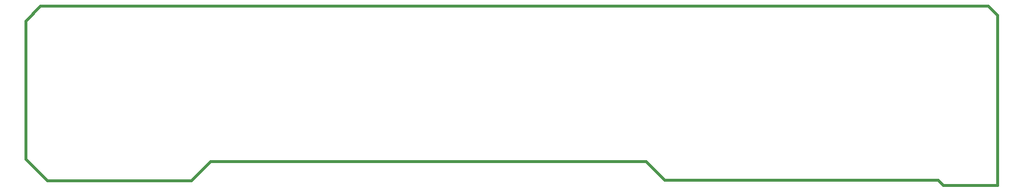
<source format=gm1>
G04 #@! TF.GenerationSoftware,KiCad,Pcbnew,5.0.2+dfsg1-1*
G04 #@! TF.CreationDate,2021-01-13T15:08:11+01:00*
G04 #@! TF.ProjectId,ErgoDOX,4572676f-444f-4582-9e6b-696361645f70,rev?*
G04 #@! TF.SameCoordinates,Original*
G04 #@! TF.FileFunction,Profile,NP*
%FSLAX46Y46*%
G04 Gerber Fmt 4.6, Leading zero omitted, Abs format (unit mm)*
G04 Created by KiCad (PCBNEW 5.0.2+dfsg1-1) date Wed 13 Jan 2021 03:08:11 PM CET*
%MOMM*%
%LPD*%
G01*
G04 APERTURE LIST*
%ADD10C,0.381000*%
G04 APERTURE END LIST*
D10*
X63703200Y-35204400D02*
X65786000Y-33020000D01*
X87731600Y-58420000D02*
X66852800Y-58420000D01*
X63703200Y-55270400D02*
X66852800Y-58420000D01*
X63703200Y-35204400D02*
X63703200Y-55270400D01*
X90576400Y-55575200D02*
X87731600Y-58420000D01*
X103225600Y-55575200D02*
X90576400Y-55575200D01*
X196951600Y-59080400D02*
X204876400Y-59080400D01*
X203504800Y-33020000D02*
X204876400Y-34391600D01*
X204876400Y-59080400D02*
X204876400Y-34391600D01*
X196189600Y-58318400D02*
X196951600Y-59080400D01*
X156464000Y-58318400D02*
X196189600Y-58318400D01*
X153771600Y-55575200D02*
X156464000Y-58318400D01*
X153771600Y-55575200D02*
X103225600Y-55575200D01*
X203504800Y-33020000D02*
X65786000Y-33020000D01*
M02*

</source>
